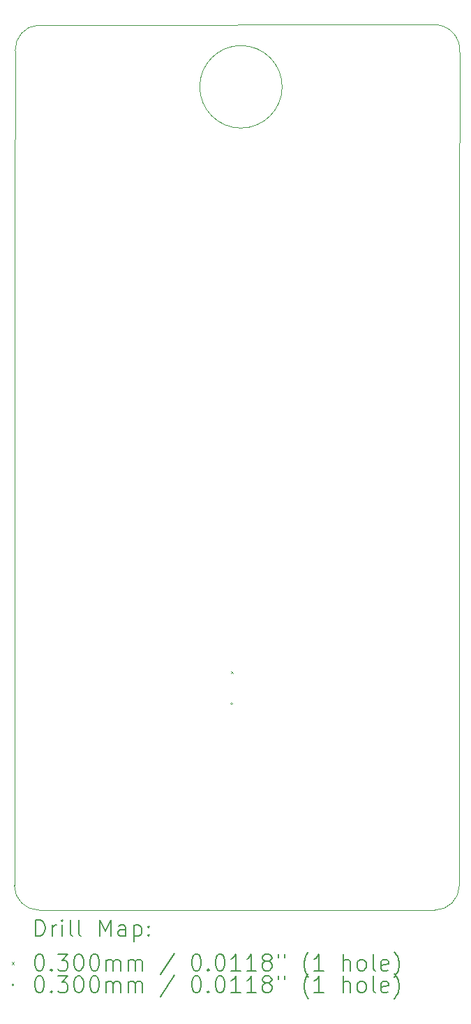
<source format=gbr>
%TF.GenerationSoftware,KiCad,Pcbnew,8.0.8-8.0.8-0~ubuntu22.04.1*%
%TF.CreationDate,2025-02-06T23:59:01-05:00*%
%TF.ProjectId,F50FQLOJRETY30F,46353046-514c-44f4-9a52-455459333046,rev?*%
%TF.SameCoordinates,Original*%
%TF.FileFunction,Drillmap*%
%TF.FilePolarity,Positive*%
%FSLAX45Y45*%
G04 Gerber Fmt 4.5, Leading zero omitted, Abs format (unit mm)*
G04 Created by KiCad (PCBNEW 8.0.8-8.0.8-0~ubuntu22.04.1) date 2025-02-06 23:59:01*
%MOMM*%
%LPD*%
G01*
G04 APERTURE LIST*
%ADD10C,0.050000*%
%ADD11C,0.200000*%
%ADD12C,0.100000*%
G04 APERTURE END LIST*
D10*
X15400000Y-4800000D02*
G75*
G02*
X14400000Y-4800000I-500000J0D01*
G01*
X14400000Y-4800000D02*
G75*
G02*
X15400000Y-4800000I500000J0D01*
G01*
X12161232Y-4361923D02*
G75*
G02*
X12437132Y-4052549I296505J13288D01*
G01*
X17248709Y-4047451D02*
X12437132Y-4052549D01*
X17248709Y-4047451D02*
G75*
G02*
X17553840Y-4382048I0J-306429D01*
G01*
X12150110Y-6520360D02*
X12161232Y-4361923D01*
X17550110Y-6595360D02*
X17553840Y-4382048D01*
X12450110Y-14780360D02*
G75*
G02*
X12150110Y-14480360I0J300000D01*
G01*
X12150110Y-6520360D02*
X12150110Y-14480360D01*
X17550110Y-14480360D02*
G75*
G02*
X17250110Y-14780360I-300000J0D01*
G01*
X17550110Y-14480360D02*
X17550110Y-6595360D01*
X12450110Y-14780360D02*
X17250110Y-14780360D01*
D11*
D12*
X14776710Y-11882460D02*
X14806710Y-11912460D01*
X14806710Y-11882460D02*
X14776710Y-11912460D01*
X14801610Y-12277860D02*
G75*
G02*
X14771610Y-12277860I-15000J0D01*
G01*
X14771610Y-12277860D02*
G75*
G02*
X14801610Y-12277860I15000J0D01*
G01*
D11*
X12408387Y-15094344D02*
X12408387Y-14894344D01*
X12408387Y-14894344D02*
X12456006Y-14894344D01*
X12456006Y-14894344D02*
X12484577Y-14903868D01*
X12484577Y-14903868D02*
X12503625Y-14922915D01*
X12503625Y-14922915D02*
X12513149Y-14941963D01*
X12513149Y-14941963D02*
X12522672Y-14980058D01*
X12522672Y-14980058D02*
X12522672Y-15008629D01*
X12522672Y-15008629D02*
X12513149Y-15046725D01*
X12513149Y-15046725D02*
X12503625Y-15065772D01*
X12503625Y-15065772D02*
X12484577Y-15084820D01*
X12484577Y-15084820D02*
X12456006Y-15094344D01*
X12456006Y-15094344D02*
X12408387Y-15094344D01*
X12608387Y-15094344D02*
X12608387Y-14961010D01*
X12608387Y-14999106D02*
X12617911Y-14980058D01*
X12617911Y-14980058D02*
X12627434Y-14970534D01*
X12627434Y-14970534D02*
X12646482Y-14961010D01*
X12646482Y-14961010D02*
X12665530Y-14961010D01*
X12732196Y-15094344D02*
X12732196Y-14961010D01*
X12732196Y-14894344D02*
X12722672Y-14903868D01*
X12722672Y-14903868D02*
X12732196Y-14913391D01*
X12732196Y-14913391D02*
X12741720Y-14903868D01*
X12741720Y-14903868D02*
X12732196Y-14894344D01*
X12732196Y-14894344D02*
X12732196Y-14913391D01*
X12856006Y-15094344D02*
X12836958Y-15084820D01*
X12836958Y-15084820D02*
X12827434Y-15065772D01*
X12827434Y-15065772D02*
X12827434Y-14894344D01*
X12960768Y-15094344D02*
X12941720Y-15084820D01*
X12941720Y-15084820D02*
X12932196Y-15065772D01*
X12932196Y-15065772D02*
X12932196Y-14894344D01*
X13189339Y-15094344D02*
X13189339Y-14894344D01*
X13189339Y-14894344D02*
X13256006Y-15037201D01*
X13256006Y-15037201D02*
X13322672Y-14894344D01*
X13322672Y-14894344D02*
X13322672Y-15094344D01*
X13503625Y-15094344D02*
X13503625Y-14989582D01*
X13503625Y-14989582D02*
X13494101Y-14970534D01*
X13494101Y-14970534D02*
X13475053Y-14961010D01*
X13475053Y-14961010D02*
X13436958Y-14961010D01*
X13436958Y-14961010D02*
X13417911Y-14970534D01*
X13503625Y-15084820D02*
X13484577Y-15094344D01*
X13484577Y-15094344D02*
X13436958Y-15094344D01*
X13436958Y-15094344D02*
X13417911Y-15084820D01*
X13417911Y-15084820D02*
X13408387Y-15065772D01*
X13408387Y-15065772D02*
X13408387Y-15046725D01*
X13408387Y-15046725D02*
X13417911Y-15027677D01*
X13417911Y-15027677D02*
X13436958Y-15018153D01*
X13436958Y-15018153D02*
X13484577Y-15018153D01*
X13484577Y-15018153D02*
X13503625Y-15008629D01*
X13598863Y-14961010D02*
X13598863Y-15161010D01*
X13598863Y-14970534D02*
X13617911Y-14961010D01*
X13617911Y-14961010D02*
X13656006Y-14961010D01*
X13656006Y-14961010D02*
X13675053Y-14970534D01*
X13675053Y-14970534D02*
X13684577Y-14980058D01*
X13684577Y-14980058D02*
X13694101Y-14999106D01*
X13694101Y-14999106D02*
X13694101Y-15056248D01*
X13694101Y-15056248D02*
X13684577Y-15075296D01*
X13684577Y-15075296D02*
X13675053Y-15084820D01*
X13675053Y-15084820D02*
X13656006Y-15094344D01*
X13656006Y-15094344D02*
X13617911Y-15094344D01*
X13617911Y-15094344D02*
X13598863Y-15084820D01*
X13779815Y-15075296D02*
X13789339Y-15084820D01*
X13789339Y-15084820D02*
X13779815Y-15094344D01*
X13779815Y-15094344D02*
X13770292Y-15084820D01*
X13770292Y-15084820D02*
X13779815Y-15075296D01*
X13779815Y-15075296D02*
X13779815Y-15094344D01*
X13779815Y-14970534D02*
X13789339Y-14980058D01*
X13789339Y-14980058D02*
X13779815Y-14989582D01*
X13779815Y-14989582D02*
X13770292Y-14980058D01*
X13770292Y-14980058D02*
X13779815Y-14970534D01*
X13779815Y-14970534D02*
X13779815Y-14989582D01*
D12*
X12117610Y-15407860D02*
X12147610Y-15437860D01*
X12147610Y-15407860D02*
X12117610Y-15437860D01*
D11*
X12446482Y-15314344D02*
X12465530Y-15314344D01*
X12465530Y-15314344D02*
X12484577Y-15323868D01*
X12484577Y-15323868D02*
X12494101Y-15333391D01*
X12494101Y-15333391D02*
X12503625Y-15352439D01*
X12503625Y-15352439D02*
X12513149Y-15390534D01*
X12513149Y-15390534D02*
X12513149Y-15438153D01*
X12513149Y-15438153D02*
X12503625Y-15476248D01*
X12503625Y-15476248D02*
X12494101Y-15495296D01*
X12494101Y-15495296D02*
X12484577Y-15504820D01*
X12484577Y-15504820D02*
X12465530Y-15514344D01*
X12465530Y-15514344D02*
X12446482Y-15514344D01*
X12446482Y-15514344D02*
X12427434Y-15504820D01*
X12427434Y-15504820D02*
X12417911Y-15495296D01*
X12417911Y-15495296D02*
X12408387Y-15476248D01*
X12408387Y-15476248D02*
X12398863Y-15438153D01*
X12398863Y-15438153D02*
X12398863Y-15390534D01*
X12398863Y-15390534D02*
X12408387Y-15352439D01*
X12408387Y-15352439D02*
X12417911Y-15333391D01*
X12417911Y-15333391D02*
X12427434Y-15323868D01*
X12427434Y-15323868D02*
X12446482Y-15314344D01*
X12598863Y-15495296D02*
X12608387Y-15504820D01*
X12608387Y-15504820D02*
X12598863Y-15514344D01*
X12598863Y-15514344D02*
X12589339Y-15504820D01*
X12589339Y-15504820D02*
X12598863Y-15495296D01*
X12598863Y-15495296D02*
X12598863Y-15514344D01*
X12675053Y-15314344D02*
X12798863Y-15314344D01*
X12798863Y-15314344D02*
X12732196Y-15390534D01*
X12732196Y-15390534D02*
X12760768Y-15390534D01*
X12760768Y-15390534D02*
X12779815Y-15400058D01*
X12779815Y-15400058D02*
X12789339Y-15409582D01*
X12789339Y-15409582D02*
X12798863Y-15428629D01*
X12798863Y-15428629D02*
X12798863Y-15476248D01*
X12798863Y-15476248D02*
X12789339Y-15495296D01*
X12789339Y-15495296D02*
X12779815Y-15504820D01*
X12779815Y-15504820D02*
X12760768Y-15514344D01*
X12760768Y-15514344D02*
X12703625Y-15514344D01*
X12703625Y-15514344D02*
X12684577Y-15504820D01*
X12684577Y-15504820D02*
X12675053Y-15495296D01*
X12922672Y-15314344D02*
X12941720Y-15314344D01*
X12941720Y-15314344D02*
X12960768Y-15323868D01*
X12960768Y-15323868D02*
X12970292Y-15333391D01*
X12970292Y-15333391D02*
X12979815Y-15352439D01*
X12979815Y-15352439D02*
X12989339Y-15390534D01*
X12989339Y-15390534D02*
X12989339Y-15438153D01*
X12989339Y-15438153D02*
X12979815Y-15476248D01*
X12979815Y-15476248D02*
X12970292Y-15495296D01*
X12970292Y-15495296D02*
X12960768Y-15504820D01*
X12960768Y-15504820D02*
X12941720Y-15514344D01*
X12941720Y-15514344D02*
X12922672Y-15514344D01*
X12922672Y-15514344D02*
X12903625Y-15504820D01*
X12903625Y-15504820D02*
X12894101Y-15495296D01*
X12894101Y-15495296D02*
X12884577Y-15476248D01*
X12884577Y-15476248D02*
X12875053Y-15438153D01*
X12875053Y-15438153D02*
X12875053Y-15390534D01*
X12875053Y-15390534D02*
X12884577Y-15352439D01*
X12884577Y-15352439D02*
X12894101Y-15333391D01*
X12894101Y-15333391D02*
X12903625Y-15323868D01*
X12903625Y-15323868D02*
X12922672Y-15314344D01*
X13113149Y-15314344D02*
X13132196Y-15314344D01*
X13132196Y-15314344D02*
X13151244Y-15323868D01*
X13151244Y-15323868D02*
X13160768Y-15333391D01*
X13160768Y-15333391D02*
X13170292Y-15352439D01*
X13170292Y-15352439D02*
X13179815Y-15390534D01*
X13179815Y-15390534D02*
X13179815Y-15438153D01*
X13179815Y-15438153D02*
X13170292Y-15476248D01*
X13170292Y-15476248D02*
X13160768Y-15495296D01*
X13160768Y-15495296D02*
X13151244Y-15504820D01*
X13151244Y-15504820D02*
X13132196Y-15514344D01*
X13132196Y-15514344D02*
X13113149Y-15514344D01*
X13113149Y-15514344D02*
X13094101Y-15504820D01*
X13094101Y-15504820D02*
X13084577Y-15495296D01*
X13084577Y-15495296D02*
X13075053Y-15476248D01*
X13075053Y-15476248D02*
X13065530Y-15438153D01*
X13065530Y-15438153D02*
X13065530Y-15390534D01*
X13065530Y-15390534D02*
X13075053Y-15352439D01*
X13075053Y-15352439D02*
X13084577Y-15333391D01*
X13084577Y-15333391D02*
X13094101Y-15323868D01*
X13094101Y-15323868D02*
X13113149Y-15314344D01*
X13265530Y-15514344D02*
X13265530Y-15381010D01*
X13265530Y-15400058D02*
X13275053Y-15390534D01*
X13275053Y-15390534D02*
X13294101Y-15381010D01*
X13294101Y-15381010D02*
X13322673Y-15381010D01*
X13322673Y-15381010D02*
X13341720Y-15390534D01*
X13341720Y-15390534D02*
X13351244Y-15409582D01*
X13351244Y-15409582D02*
X13351244Y-15514344D01*
X13351244Y-15409582D02*
X13360768Y-15390534D01*
X13360768Y-15390534D02*
X13379815Y-15381010D01*
X13379815Y-15381010D02*
X13408387Y-15381010D01*
X13408387Y-15381010D02*
X13427434Y-15390534D01*
X13427434Y-15390534D02*
X13436958Y-15409582D01*
X13436958Y-15409582D02*
X13436958Y-15514344D01*
X13532196Y-15514344D02*
X13532196Y-15381010D01*
X13532196Y-15400058D02*
X13541720Y-15390534D01*
X13541720Y-15390534D02*
X13560768Y-15381010D01*
X13560768Y-15381010D02*
X13589339Y-15381010D01*
X13589339Y-15381010D02*
X13608387Y-15390534D01*
X13608387Y-15390534D02*
X13617911Y-15409582D01*
X13617911Y-15409582D02*
X13617911Y-15514344D01*
X13617911Y-15409582D02*
X13627434Y-15390534D01*
X13627434Y-15390534D02*
X13646482Y-15381010D01*
X13646482Y-15381010D02*
X13675053Y-15381010D01*
X13675053Y-15381010D02*
X13694101Y-15390534D01*
X13694101Y-15390534D02*
X13703625Y-15409582D01*
X13703625Y-15409582D02*
X13703625Y-15514344D01*
X14094101Y-15304820D02*
X13922673Y-15561963D01*
X14351244Y-15314344D02*
X14370292Y-15314344D01*
X14370292Y-15314344D02*
X14389339Y-15323868D01*
X14389339Y-15323868D02*
X14398863Y-15333391D01*
X14398863Y-15333391D02*
X14408387Y-15352439D01*
X14408387Y-15352439D02*
X14417911Y-15390534D01*
X14417911Y-15390534D02*
X14417911Y-15438153D01*
X14417911Y-15438153D02*
X14408387Y-15476248D01*
X14408387Y-15476248D02*
X14398863Y-15495296D01*
X14398863Y-15495296D02*
X14389339Y-15504820D01*
X14389339Y-15504820D02*
X14370292Y-15514344D01*
X14370292Y-15514344D02*
X14351244Y-15514344D01*
X14351244Y-15514344D02*
X14332196Y-15504820D01*
X14332196Y-15504820D02*
X14322673Y-15495296D01*
X14322673Y-15495296D02*
X14313149Y-15476248D01*
X14313149Y-15476248D02*
X14303625Y-15438153D01*
X14303625Y-15438153D02*
X14303625Y-15390534D01*
X14303625Y-15390534D02*
X14313149Y-15352439D01*
X14313149Y-15352439D02*
X14322673Y-15333391D01*
X14322673Y-15333391D02*
X14332196Y-15323868D01*
X14332196Y-15323868D02*
X14351244Y-15314344D01*
X14503625Y-15495296D02*
X14513149Y-15504820D01*
X14513149Y-15504820D02*
X14503625Y-15514344D01*
X14503625Y-15514344D02*
X14494101Y-15504820D01*
X14494101Y-15504820D02*
X14503625Y-15495296D01*
X14503625Y-15495296D02*
X14503625Y-15514344D01*
X14636958Y-15314344D02*
X14656006Y-15314344D01*
X14656006Y-15314344D02*
X14675054Y-15323868D01*
X14675054Y-15323868D02*
X14684577Y-15333391D01*
X14684577Y-15333391D02*
X14694101Y-15352439D01*
X14694101Y-15352439D02*
X14703625Y-15390534D01*
X14703625Y-15390534D02*
X14703625Y-15438153D01*
X14703625Y-15438153D02*
X14694101Y-15476248D01*
X14694101Y-15476248D02*
X14684577Y-15495296D01*
X14684577Y-15495296D02*
X14675054Y-15504820D01*
X14675054Y-15504820D02*
X14656006Y-15514344D01*
X14656006Y-15514344D02*
X14636958Y-15514344D01*
X14636958Y-15514344D02*
X14617911Y-15504820D01*
X14617911Y-15504820D02*
X14608387Y-15495296D01*
X14608387Y-15495296D02*
X14598863Y-15476248D01*
X14598863Y-15476248D02*
X14589339Y-15438153D01*
X14589339Y-15438153D02*
X14589339Y-15390534D01*
X14589339Y-15390534D02*
X14598863Y-15352439D01*
X14598863Y-15352439D02*
X14608387Y-15333391D01*
X14608387Y-15333391D02*
X14617911Y-15323868D01*
X14617911Y-15323868D02*
X14636958Y-15314344D01*
X14894101Y-15514344D02*
X14779816Y-15514344D01*
X14836958Y-15514344D02*
X14836958Y-15314344D01*
X14836958Y-15314344D02*
X14817911Y-15342915D01*
X14817911Y-15342915D02*
X14798863Y-15361963D01*
X14798863Y-15361963D02*
X14779816Y-15371487D01*
X15084577Y-15514344D02*
X14970292Y-15514344D01*
X15027435Y-15514344D02*
X15027435Y-15314344D01*
X15027435Y-15314344D02*
X15008387Y-15342915D01*
X15008387Y-15342915D02*
X14989339Y-15361963D01*
X14989339Y-15361963D02*
X14970292Y-15371487D01*
X15198863Y-15400058D02*
X15179816Y-15390534D01*
X15179816Y-15390534D02*
X15170292Y-15381010D01*
X15170292Y-15381010D02*
X15160768Y-15361963D01*
X15160768Y-15361963D02*
X15160768Y-15352439D01*
X15160768Y-15352439D02*
X15170292Y-15333391D01*
X15170292Y-15333391D02*
X15179816Y-15323868D01*
X15179816Y-15323868D02*
X15198863Y-15314344D01*
X15198863Y-15314344D02*
X15236958Y-15314344D01*
X15236958Y-15314344D02*
X15256006Y-15323868D01*
X15256006Y-15323868D02*
X15265530Y-15333391D01*
X15265530Y-15333391D02*
X15275054Y-15352439D01*
X15275054Y-15352439D02*
X15275054Y-15361963D01*
X15275054Y-15361963D02*
X15265530Y-15381010D01*
X15265530Y-15381010D02*
X15256006Y-15390534D01*
X15256006Y-15390534D02*
X15236958Y-15400058D01*
X15236958Y-15400058D02*
X15198863Y-15400058D01*
X15198863Y-15400058D02*
X15179816Y-15409582D01*
X15179816Y-15409582D02*
X15170292Y-15419106D01*
X15170292Y-15419106D02*
X15160768Y-15438153D01*
X15160768Y-15438153D02*
X15160768Y-15476248D01*
X15160768Y-15476248D02*
X15170292Y-15495296D01*
X15170292Y-15495296D02*
X15179816Y-15504820D01*
X15179816Y-15504820D02*
X15198863Y-15514344D01*
X15198863Y-15514344D02*
X15236958Y-15514344D01*
X15236958Y-15514344D02*
X15256006Y-15504820D01*
X15256006Y-15504820D02*
X15265530Y-15495296D01*
X15265530Y-15495296D02*
X15275054Y-15476248D01*
X15275054Y-15476248D02*
X15275054Y-15438153D01*
X15275054Y-15438153D02*
X15265530Y-15419106D01*
X15265530Y-15419106D02*
X15256006Y-15409582D01*
X15256006Y-15409582D02*
X15236958Y-15400058D01*
X15351244Y-15314344D02*
X15351244Y-15352439D01*
X15427435Y-15314344D02*
X15427435Y-15352439D01*
X15722673Y-15590534D02*
X15713149Y-15581010D01*
X15713149Y-15581010D02*
X15694101Y-15552439D01*
X15694101Y-15552439D02*
X15684578Y-15533391D01*
X15684578Y-15533391D02*
X15675054Y-15504820D01*
X15675054Y-15504820D02*
X15665530Y-15457201D01*
X15665530Y-15457201D02*
X15665530Y-15419106D01*
X15665530Y-15419106D02*
X15675054Y-15371487D01*
X15675054Y-15371487D02*
X15684578Y-15342915D01*
X15684578Y-15342915D02*
X15694101Y-15323868D01*
X15694101Y-15323868D02*
X15713149Y-15295296D01*
X15713149Y-15295296D02*
X15722673Y-15285772D01*
X15903625Y-15514344D02*
X15789339Y-15514344D01*
X15846482Y-15514344D02*
X15846482Y-15314344D01*
X15846482Y-15314344D02*
X15827435Y-15342915D01*
X15827435Y-15342915D02*
X15808387Y-15361963D01*
X15808387Y-15361963D02*
X15789339Y-15371487D01*
X16141720Y-15514344D02*
X16141720Y-15314344D01*
X16227435Y-15514344D02*
X16227435Y-15409582D01*
X16227435Y-15409582D02*
X16217911Y-15390534D01*
X16217911Y-15390534D02*
X16198863Y-15381010D01*
X16198863Y-15381010D02*
X16170292Y-15381010D01*
X16170292Y-15381010D02*
X16151244Y-15390534D01*
X16151244Y-15390534D02*
X16141720Y-15400058D01*
X16351244Y-15514344D02*
X16332197Y-15504820D01*
X16332197Y-15504820D02*
X16322673Y-15495296D01*
X16322673Y-15495296D02*
X16313149Y-15476248D01*
X16313149Y-15476248D02*
X16313149Y-15419106D01*
X16313149Y-15419106D02*
X16322673Y-15400058D01*
X16322673Y-15400058D02*
X16332197Y-15390534D01*
X16332197Y-15390534D02*
X16351244Y-15381010D01*
X16351244Y-15381010D02*
X16379816Y-15381010D01*
X16379816Y-15381010D02*
X16398863Y-15390534D01*
X16398863Y-15390534D02*
X16408387Y-15400058D01*
X16408387Y-15400058D02*
X16417911Y-15419106D01*
X16417911Y-15419106D02*
X16417911Y-15476248D01*
X16417911Y-15476248D02*
X16408387Y-15495296D01*
X16408387Y-15495296D02*
X16398863Y-15504820D01*
X16398863Y-15504820D02*
X16379816Y-15514344D01*
X16379816Y-15514344D02*
X16351244Y-15514344D01*
X16532197Y-15514344D02*
X16513149Y-15504820D01*
X16513149Y-15504820D02*
X16503625Y-15485772D01*
X16503625Y-15485772D02*
X16503625Y-15314344D01*
X16684578Y-15504820D02*
X16665530Y-15514344D01*
X16665530Y-15514344D02*
X16627435Y-15514344D01*
X16627435Y-15514344D02*
X16608387Y-15504820D01*
X16608387Y-15504820D02*
X16598863Y-15485772D01*
X16598863Y-15485772D02*
X16598863Y-15409582D01*
X16598863Y-15409582D02*
X16608387Y-15390534D01*
X16608387Y-15390534D02*
X16627435Y-15381010D01*
X16627435Y-15381010D02*
X16665530Y-15381010D01*
X16665530Y-15381010D02*
X16684578Y-15390534D01*
X16684578Y-15390534D02*
X16694101Y-15409582D01*
X16694101Y-15409582D02*
X16694101Y-15428629D01*
X16694101Y-15428629D02*
X16598863Y-15447677D01*
X16760768Y-15590534D02*
X16770292Y-15581010D01*
X16770292Y-15581010D02*
X16789340Y-15552439D01*
X16789340Y-15552439D02*
X16798863Y-15533391D01*
X16798863Y-15533391D02*
X16808387Y-15504820D01*
X16808387Y-15504820D02*
X16817911Y-15457201D01*
X16817911Y-15457201D02*
X16817911Y-15419106D01*
X16817911Y-15419106D02*
X16808387Y-15371487D01*
X16808387Y-15371487D02*
X16798863Y-15342915D01*
X16798863Y-15342915D02*
X16789340Y-15323868D01*
X16789340Y-15323868D02*
X16770292Y-15295296D01*
X16770292Y-15295296D02*
X16760768Y-15285772D01*
D12*
X12147610Y-15686860D02*
G75*
G02*
X12117610Y-15686860I-15000J0D01*
G01*
X12117610Y-15686860D02*
G75*
G02*
X12147610Y-15686860I15000J0D01*
G01*
D11*
X12446482Y-15578344D02*
X12465530Y-15578344D01*
X12465530Y-15578344D02*
X12484577Y-15587868D01*
X12484577Y-15587868D02*
X12494101Y-15597391D01*
X12494101Y-15597391D02*
X12503625Y-15616439D01*
X12503625Y-15616439D02*
X12513149Y-15654534D01*
X12513149Y-15654534D02*
X12513149Y-15702153D01*
X12513149Y-15702153D02*
X12503625Y-15740248D01*
X12503625Y-15740248D02*
X12494101Y-15759296D01*
X12494101Y-15759296D02*
X12484577Y-15768820D01*
X12484577Y-15768820D02*
X12465530Y-15778344D01*
X12465530Y-15778344D02*
X12446482Y-15778344D01*
X12446482Y-15778344D02*
X12427434Y-15768820D01*
X12427434Y-15768820D02*
X12417911Y-15759296D01*
X12417911Y-15759296D02*
X12408387Y-15740248D01*
X12408387Y-15740248D02*
X12398863Y-15702153D01*
X12398863Y-15702153D02*
X12398863Y-15654534D01*
X12398863Y-15654534D02*
X12408387Y-15616439D01*
X12408387Y-15616439D02*
X12417911Y-15597391D01*
X12417911Y-15597391D02*
X12427434Y-15587868D01*
X12427434Y-15587868D02*
X12446482Y-15578344D01*
X12598863Y-15759296D02*
X12608387Y-15768820D01*
X12608387Y-15768820D02*
X12598863Y-15778344D01*
X12598863Y-15778344D02*
X12589339Y-15768820D01*
X12589339Y-15768820D02*
X12598863Y-15759296D01*
X12598863Y-15759296D02*
X12598863Y-15778344D01*
X12675053Y-15578344D02*
X12798863Y-15578344D01*
X12798863Y-15578344D02*
X12732196Y-15654534D01*
X12732196Y-15654534D02*
X12760768Y-15654534D01*
X12760768Y-15654534D02*
X12779815Y-15664058D01*
X12779815Y-15664058D02*
X12789339Y-15673582D01*
X12789339Y-15673582D02*
X12798863Y-15692629D01*
X12798863Y-15692629D02*
X12798863Y-15740248D01*
X12798863Y-15740248D02*
X12789339Y-15759296D01*
X12789339Y-15759296D02*
X12779815Y-15768820D01*
X12779815Y-15768820D02*
X12760768Y-15778344D01*
X12760768Y-15778344D02*
X12703625Y-15778344D01*
X12703625Y-15778344D02*
X12684577Y-15768820D01*
X12684577Y-15768820D02*
X12675053Y-15759296D01*
X12922672Y-15578344D02*
X12941720Y-15578344D01*
X12941720Y-15578344D02*
X12960768Y-15587868D01*
X12960768Y-15587868D02*
X12970292Y-15597391D01*
X12970292Y-15597391D02*
X12979815Y-15616439D01*
X12979815Y-15616439D02*
X12989339Y-15654534D01*
X12989339Y-15654534D02*
X12989339Y-15702153D01*
X12989339Y-15702153D02*
X12979815Y-15740248D01*
X12979815Y-15740248D02*
X12970292Y-15759296D01*
X12970292Y-15759296D02*
X12960768Y-15768820D01*
X12960768Y-15768820D02*
X12941720Y-15778344D01*
X12941720Y-15778344D02*
X12922672Y-15778344D01*
X12922672Y-15778344D02*
X12903625Y-15768820D01*
X12903625Y-15768820D02*
X12894101Y-15759296D01*
X12894101Y-15759296D02*
X12884577Y-15740248D01*
X12884577Y-15740248D02*
X12875053Y-15702153D01*
X12875053Y-15702153D02*
X12875053Y-15654534D01*
X12875053Y-15654534D02*
X12884577Y-15616439D01*
X12884577Y-15616439D02*
X12894101Y-15597391D01*
X12894101Y-15597391D02*
X12903625Y-15587868D01*
X12903625Y-15587868D02*
X12922672Y-15578344D01*
X13113149Y-15578344D02*
X13132196Y-15578344D01*
X13132196Y-15578344D02*
X13151244Y-15587868D01*
X13151244Y-15587868D02*
X13160768Y-15597391D01*
X13160768Y-15597391D02*
X13170292Y-15616439D01*
X13170292Y-15616439D02*
X13179815Y-15654534D01*
X13179815Y-15654534D02*
X13179815Y-15702153D01*
X13179815Y-15702153D02*
X13170292Y-15740248D01*
X13170292Y-15740248D02*
X13160768Y-15759296D01*
X13160768Y-15759296D02*
X13151244Y-15768820D01*
X13151244Y-15768820D02*
X13132196Y-15778344D01*
X13132196Y-15778344D02*
X13113149Y-15778344D01*
X13113149Y-15778344D02*
X13094101Y-15768820D01*
X13094101Y-15768820D02*
X13084577Y-15759296D01*
X13084577Y-15759296D02*
X13075053Y-15740248D01*
X13075053Y-15740248D02*
X13065530Y-15702153D01*
X13065530Y-15702153D02*
X13065530Y-15654534D01*
X13065530Y-15654534D02*
X13075053Y-15616439D01*
X13075053Y-15616439D02*
X13084577Y-15597391D01*
X13084577Y-15597391D02*
X13094101Y-15587868D01*
X13094101Y-15587868D02*
X13113149Y-15578344D01*
X13265530Y-15778344D02*
X13265530Y-15645010D01*
X13265530Y-15664058D02*
X13275053Y-15654534D01*
X13275053Y-15654534D02*
X13294101Y-15645010D01*
X13294101Y-15645010D02*
X13322673Y-15645010D01*
X13322673Y-15645010D02*
X13341720Y-15654534D01*
X13341720Y-15654534D02*
X13351244Y-15673582D01*
X13351244Y-15673582D02*
X13351244Y-15778344D01*
X13351244Y-15673582D02*
X13360768Y-15654534D01*
X13360768Y-15654534D02*
X13379815Y-15645010D01*
X13379815Y-15645010D02*
X13408387Y-15645010D01*
X13408387Y-15645010D02*
X13427434Y-15654534D01*
X13427434Y-15654534D02*
X13436958Y-15673582D01*
X13436958Y-15673582D02*
X13436958Y-15778344D01*
X13532196Y-15778344D02*
X13532196Y-15645010D01*
X13532196Y-15664058D02*
X13541720Y-15654534D01*
X13541720Y-15654534D02*
X13560768Y-15645010D01*
X13560768Y-15645010D02*
X13589339Y-15645010D01*
X13589339Y-15645010D02*
X13608387Y-15654534D01*
X13608387Y-15654534D02*
X13617911Y-15673582D01*
X13617911Y-15673582D02*
X13617911Y-15778344D01*
X13617911Y-15673582D02*
X13627434Y-15654534D01*
X13627434Y-15654534D02*
X13646482Y-15645010D01*
X13646482Y-15645010D02*
X13675053Y-15645010D01*
X13675053Y-15645010D02*
X13694101Y-15654534D01*
X13694101Y-15654534D02*
X13703625Y-15673582D01*
X13703625Y-15673582D02*
X13703625Y-15778344D01*
X14094101Y-15568820D02*
X13922673Y-15825963D01*
X14351244Y-15578344D02*
X14370292Y-15578344D01*
X14370292Y-15578344D02*
X14389339Y-15587868D01*
X14389339Y-15587868D02*
X14398863Y-15597391D01*
X14398863Y-15597391D02*
X14408387Y-15616439D01*
X14408387Y-15616439D02*
X14417911Y-15654534D01*
X14417911Y-15654534D02*
X14417911Y-15702153D01*
X14417911Y-15702153D02*
X14408387Y-15740248D01*
X14408387Y-15740248D02*
X14398863Y-15759296D01*
X14398863Y-15759296D02*
X14389339Y-15768820D01*
X14389339Y-15768820D02*
X14370292Y-15778344D01*
X14370292Y-15778344D02*
X14351244Y-15778344D01*
X14351244Y-15778344D02*
X14332196Y-15768820D01*
X14332196Y-15768820D02*
X14322673Y-15759296D01*
X14322673Y-15759296D02*
X14313149Y-15740248D01*
X14313149Y-15740248D02*
X14303625Y-15702153D01*
X14303625Y-15702153D02*
X14303625Y-15654534D01*
X14303625Y-15654534D02*
X14313149Y-15616439D01*
X14313149Y-15616439D02*
X14322673Y-15597391D01*
X14322673Y-15597391D02*
X14332196Y-15587868D01*
X14332196Y-15587868D02*
X14351244Y-15578344D01*
X14503625Y-15759296D02*
X14513149Y-15768820D01*
X14513149Y-15768820D02*
X14503625Y-15778344D01*
X14503625Y-15778344D02*
X14494101Y-15768820D01*
X14494101Y-15768820D02*
X14503625Y-15759296D01*
X14503625Y-15759296D02*
X14503625Y-15778344D01*
X14636958Y-15578344D02*
X14656006Y-15578344D01*
X14656006Y-15578344D02*
X14675054Y-15587868D01*
X14675054Y-15587868D02*
X14684577Y-15597391D01*
X14684577Y-15597391D02*
X14694101Y-15616439D01*
X14694101Y-15616439D02*
X14703625Y-15654534D01*
X14703625Y-15654534D02*
X14703625Y-15702153D01*
X14703625Y-15702153D02*
X14694101Y-15740248D01*
X14694101Y-15740248D02*
X14684577Y-15759296D01*
X14684577Y-15759296D02*
X14675054Y-15768820D01*
X14675054Y-15768820D02*
X14656006Y-15778344D01*
X14656006Y-15778344D02*
X14636958Y-15778344D01*
X14636958Y-15778344D02*
X14617911Y-15768820D01*
X14617911Y-15768820D02*
X14608387Y-15759296D01*
X14608387Y-15759296D02*
X14598863Y-15740248D01*
X14598863Y-15740248D02*
X14589339Y-15702153D01*
X14589339Y-15702153D02*
X14589339Y-15654534D01*
X14589339Y-15654534D02*
X14598863Y-15616439D01*
X14598863Y-15616439D02*
X14608387Y-15597391D01*
X14608387Y-15597391D02*
X14617911Y-15587868D01*
X14617911Y-15587868D02*
X14636958Y-15578344D01*
X14894101Y-15778344D02*
X14779816Y-15778344D01*
X14836958Y-15778344D02*
X14836958Y-15578344D01*
X14836958Y-15578344D02*
X14817911Y-15606915D01*
X14817911Y-15606915D02*
X14798863Y-15625963D01*
X14798863Y-15625963D02*
X14779816Y-15635487D01*
X15084577Y-15778344D02*
X14970292Y-15778344D01*
X15027435Y-15778344D02*
X15027435Y-15578344D01*
X15027435Y-15578344D02*
X15008387Y-15606915D01*
X15008387Y-15606915D02*
X14989339Y-15625963D01*
X14989339Y-15625963D02*
X14970292Y-15635487D01*
X15198863Y-15664058D02*
X15179816Y-15654534D01*
X15179816Y-15654534D02*
X15170292Y-15645010D01*
X15170292Y-15645010D02*
X15160768Y-15625963D01*
X15160768Y-15625963D02*
X15160768Y-15616439D01*
X15160768Y-15616439D02*
X15170292Y-15597391D01*
X15170292Y-15597391D02*
X15179816Y-15587868D01*
X15179816Y-15587868D02*
X15198863Y-15578344D01*
X15198863Y-15578344D02*
X15236958Y-15578344D01*
X15236958Y-15578344D02*
X15256006Y-15587868D01*
X15256006Y-15587868D02*
X15265530Y-15597391D01*
X15265530Y-15597391D02*
X15275054Y-15616439D01*
X15275054Y-15616439D02*
X15275054Y-15625963D01*
X15275054Y-15625963D02*
X15265530Y-15645010D01*
X15265530Y-15645010D02*
X15256006Y-15654534D01*
X15256006Y-15654534D02*
X15236958Y-15664058D01*
X15236958Y-15664058D02*
X15198863Y-15664058D01*
X15198863Y-15664058D02*
X15179816Y-15673582D01*
X15179816Y-15673582D02*
X15170292Y-15683106D01*
X15170292Y-15683106D02*
X15160768Y-15702153D01*
X15160768Y-15702153D02*
X15160768Y-15740248D01*
X15160768Y-15740248D02*
X15170292Y-15759296D01*
X15170292Y-15759296D02*
X15179816Y-15768820D01*
X15179816Y-15768820D02*
X15198863Y-15778344D01*
X15198863Y-15778344D02*
X15236958Y-15778344D01*
X15236958Y-15778344D02*
X15256006Y-15768820D01*
X15256006Y-15768820D02*
X15265530Y-15759296D01*
X15265530Y-15759296D02*
X15275054Y-15740248D01*
X15275054Y-15740248D02*
X15275054Y-15702153D01*
X15275054Y-15702153D02*
X15265530Y-15683106D01*
X15265530Y-15683106D02*
X15256006Y-15673582D01*
X15256006Y-15673582D02*
X15236958Y-15664058D01*
X15351244Y-15578344D02*
X15351244Y-15616439D01*
X15427435Y-15578344D02*
X15427435Y-15616439D01*
X15722673Y-15854534D02*
X15713149Y-15845010D01*
X15713149Y-15845010D02*
X15694101Y-15816439D01*
X15694101Y-15816439D02*
X15684578Y-15797391D01*
X15684578Y-15797391D02*
X15675054Y-15768820D01*
X15675054Y-15768820D02*
X15665530Y-15721201D01*
X15665530Y-15721201D02*
X15665530Y-15683106D01*
X15665530Y-15683106D02*
X15675054Y-15635487D01*
X15675054Y-15635487D02*
X15684578Y-15606915D01*
X15684578Y-15606915D02*
X15694101Y-15587868D01*
X15694101Y-15587868D02*
X15713149Y-15559296D01*
X15713149Y-15559296D02*
X15722673Y-15549772D01*
X15903625Y-15778344D02*
X15789339Y-15778344D01*
X15846482Y-15778344D02*
X15846482Y-15578344D01*
X15846482Y-15578344D02*
X15827435Y-15606915D01*
X15827435Y-15606915D02*
X15808387Y-15625963D01*
X15808387Y-15625963D02*
X15789339Y-15635487D01*
X16141720Y-15778344D02*
X16141720Y-15578344D01*
X16227435Y-15778344D02*
X16227435Y-15673582D01*
X16227435Y-15673582D02*
X16217911Y-15654534D01*
X16217911Y-15654534D02*
X16198863Y-15645010D01*
X16198863Y-15645010D02*
X16170292Y-15645010D01*
X16170292Y-15645010D02*
X16151244Y-15654534D01*
X16151244Y-15654534D02*
X16141720Y-15664058D01*
X16351244Y-15778344D02*
X16332197Y-15768820D01*
X16332197Y-15768820D02*
X16322673Y-15759296D01*
X16322673Y-15759296D02*
X16313149Y-15740248D01*
X16313149Y-15740248D02*
X16313149Y-15683106D01*
X16313149Y-15683106D02*
X16322673Y-15664058D01*
X16322673Y-15664058D02*
X16332197Y-15654534D01*
X16332197Y-15654534D02*
X16351244Y-15645010D01*
X16351244Y-15645010D02*
X16379816Y-15645010D01*
X16379816Y-15645010D02*
X16398863Y-15654534D01*
X16398863Y-15654534D02*
X16408387Y-15664058D01*
X16408387Y-15664058D02*
X16417911Y-15683106D01*
X16417911Y-15683106D02*
X16417911Y-15740248D01*
X16417911Y-15740248D02*
X16408387Y-15759296D01*
X16408387Y-15759296D02*
X16398863Y-15768820D01*
X16398863Y-15768820D02*
X16379816Y-15778344D01*
X16379816Y-15778344D02*
X16351244Y-15778344D01*
X16532197Y-15778344D02*
X16513149Y-15768820D01*
X16513149Y-15768820D02*
X16503625Y-15749772D01*
X16503625Y-15749772D02*
X16503625Y-15578344D01*
X16684578Y-15768820D02*
X16665530Y-15778344D01*
X16665530Y-15778344D02*
X16627435Y-15778344D01*
X16627435Y-15778344D02*
X16608387Y-15768820D01*
X16608387Y-15768820D02*
X16598863Y-15749772D01*
X16598863Y-15749772D02*
X16598863Y-15673582D01*
X16598863Y-15673582D02*
X16608387Y-15654534D01*
X16608387Y-15654534D02*
X16627435Y-15645010D01*
X16627435Y-15645010D02*
X16665530Y-15645010D01*
X16665530Y-15645010D02*
X16684578Y-15654534D01*
X16684578Y-15654534D02*
X16694101Y-15673582D01*
X16694101Y-15673582D02*
X16694101Y-15692629D01*
X16694101Y-15692629D02*
X16598863Y-15711677D01*
X16760768Y-15854534D02*
X16770292Y-15845010D01*
X16770292Y-15845010D02*
X16789340Y-15816439D01*
X16789340Y-15816439D02*
X16798863Y-15797391D01*
X16798863Y-15797391D02*
X16808387Y-15768820D01*
X16808387Y-15768820D02*
X16817911Y-15721201D01*
X16817911Y-15721201D02*
X16817911Y-15683106D01*
X16817911Y-15683106D02*
X16808387Y-15635487D01*
X16808387Y-15635487D02*
X16798863Y-15606915D01*
X16798863Y-15606915D02*
X16789340Y-15587868D01*
X16789340Y-15587868D02*
X16770292Y-15559296D01*
X16770292Y-15559296D02*
X16760768Y-15549772D01*
M02*

</source>
